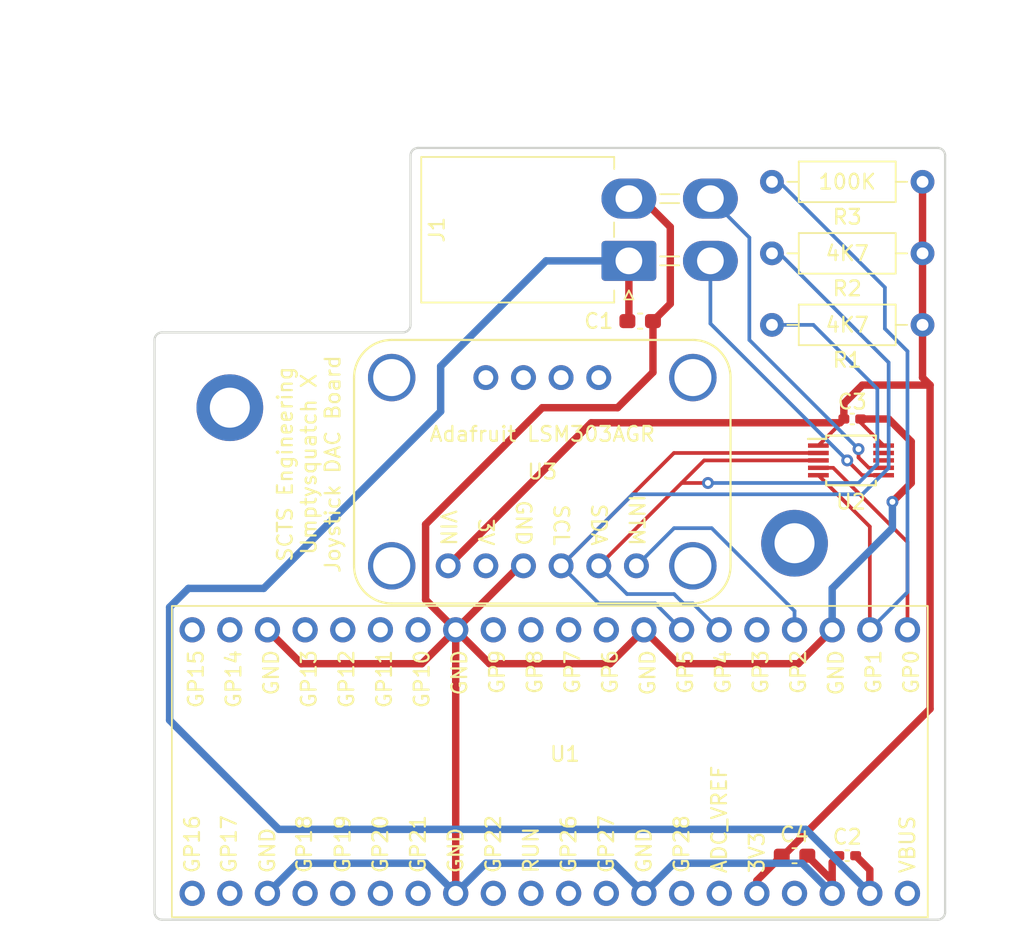
<source format=kicad_pcb>
(kicad_pcb (version 20221018) (generator pcbnew)
  (title_block (title "Joystick DAC Board - PCB"))
  (layers (0 "F.Cu" signal) (31 "B.Cu" signal) (34 "B.Paste" user) (35 "F.Paste" user) (36 "B.SilkS" user "B.Silkscreen") (37 "F.SilkS" user "F.Silkscreen") (38 "B.Mask" user) (39 "F.Mask" user) (44 "Edge.Cuts" user))
  (net 0 "")
  (net 1 "/LDAC")
  (net 2 "/RDY")
  (net 3 "/INTM")
  (net 5 "/SDA")
  (net 6 "/SCL")
  (net 27 "GND")
  (net 30 "/+3V3_2")
  (net 32 "/+3V3")
  (net 34 "/JoystickX")
  (net 35 "/JoystickY")
  (footprint "Capacitor_SMD:C_0603_1608Metric_Pad1.08x0.95mm_HandSolder" (layer "F.Cu") (at 186.944 63.5)
    (fp_text reference "C1" (at -2.794 0) (layer "F.SilkS"))
    (fp_text value "10u")
    (fp_line (start -0.146267 -0.51) (end 0.146267 -0.51) (stroke (width 0.12)) (layer "F.SilkS"))
    (fp_line (start -0.146267 0.51) (end 0.146267 0.51) (stroke (width 0.12)) (layer "F.SilkS"))
    (pad "1" smd roundrect (at -0.8625 0) (size 1.075 0.95) (layers "F.Cu" "F.Paste" "F.Mask") (net 32 "/+3V3"))
    (pad "2" smd roundrect (at 0.8625 0) (size 1.075 0.95) (layers "F.Cu" "F.Paste" "F.Mask") (net 27 "GND"))
  )
  (footprint "custom_parts:raspberry_pi_pico" (layer "F.Cu") (at 182.06 92.836 180)
    (fp_text reference "U1" (at 0.196 0.126) (layer "F.SilkS"))
    (fp_text value "raspberry_pi_pico")
    (fp_text user "GP0" (at -23.172 7.238 270) (layer "F.SilkS") (effects (justify right)))
    (fp_text user "GP15" (at 25.088 7.238 270) (layer "F.SilkS") (effects (justify right)))
    (fp_text user "GND" (at -5.392 7.238 270) (layer "F.SilkS") (effects (justify right)))
    (fp_text user "GP18" (at 17.78 -8.002 270) (layer "F.SilkS") (effects (justify left)))
    (fp_text user "GP14" (at 22.548 7.238 270) (layer "F.SilkS") (effects (justify right)))
    (fp_text user "GND" (at 20.008 7.238 270) (layer "F.SilkS") (effects (justify right)))
    (fp_text user "VBUS" (at -22.918 -8.002 270) (layer "F.SilkS") (effects (justify left)))
    (fp_text user "GND" (at 7.562 -8.002 270) (layer "F.SilkS") (effects (justify left)))
    (fp_text user "GP13" (at 17.468 7.238 270) (layer "F.SilkS") (effects (justify right)))
    (fp_text user "GP8" (at 2.228 7.238 270) (layer "F.SilkS") (effects (justify right)))
    (fp_text user "3V3" (at -12.758 -8.002 270) (layer "F.SilkS") (effects (justify left)))
    (fp_text user "GP17" (at 22.86 -8.002 270) (layer "F.SilkS") (effects (justify left)))
    (fp_text user "GP20" (at 12.642 -8.002 270) (layer "F.SilkS") (effects (justify left)))
    (fp_text user "GP5" (at -7.932 7.238 270) (layer "F.SilkS") (effects (justify right)))
    (fp_text user "GP12" (at 14.928 7.238 270) (layer "F.SilkS") (effects (justify right)))
    (fp_text user "GP16" (at 25.342 -8.002 270) (layer "F.SilkS") (effects (justify left)))
    (fp_text user "RUN" (at 2.482 -8.002 270) (layer "F.SilkS") (effects (justify left)))
    (fp_text user "GND" (at -18.092 7.238 270) (layer "F.SilkS") (effects (justify right)))
    (fp_text user "GP27" (at -2.598 -8.002 270) (layer "F.SilkS") (effects (justify left)))
    (fp_text user "GP19" (at 15.182 -8.002 270) (layer "F.SilkS") (effects (justify left)))
    (fp_text user "GND" (at 20.262 -8.002 270) (layer "F.SilkS") (effects (justify left)))
    (fp_text user "GP28" (at -7.678 -8.002 270) (layer "F.SilkS") (effects (justify left)))
    (fp_text user "GP21" (at 10.102 -8.002 270) (layer "F.SilkS") (effects (justify left)))
    (fp_text user "GP11" (at 12.388 7.238 270) (layer "F.SilkS") (effects (justify right)))
    (fp_text user "GP2" (at -15.552 7.238 270) (layer "F.SilkS") (effects (justify right)))
    (fp_text user "GP3" (at -13.012 7.238 270) (layer "F.SilkS") (effects (justify right)))
    (fp_text user "GP9" (at 4.768 7.238 270) (layer "F.SilkS") (effects (justify right)))
    (fp_text user "GP22" (at 5.022 -8.002 270) (layer "F.SilkS") (effects (justify left)))
    (fp_text user "GND" (at -5.138 -8.002 270) (layer "F.SilkS") (effects (justify left)))
    (fp_text user "GP26" (at -0.058 -8.002 270) (layer "F.SilkS") (effects (justify left)))
    (fp_text user "GP7" (at -0.312 7.238 270) (layer "F.SilkS") (effects (justify right)))
    (fp_text user "GP1" (at -20.632 7.238 270) (layer "F.SilkS") (effects (justify right)))
    (fp_text user "GND" (at 7.308 7.238 270) (layer "F.SilkS") (effects (justify right)))
    (fp_text user "GP6" (at -2.852 7.238 270) (layer "F.SilkS") (effects (justify right)))
    (fp_text user "GP4" (at -10.472 7.238 270) (layer "F.SilkS") (effects (justify right)))
    (fp_text user "GP10" (at 9.848 7.238 270) (layer "F.SilkS") (effects (justify right)))
    (fp_text user "ADC_VREF" (at -10.218 -8.002 270) (layer "F.SilkS") (effects (justify left)))
    (fp_rect (start -24.288 -10.882) (end 26.712 10.118) (stroke (width 0.12)) (fill none) (layer "F.SilkS"))
    (pad "1" thru_hole circle (at -22.918 8.508 90) (size 1.7 1.7) (drill 1) (layers "*.Cu" "*.Mask") (net 1 "/LDAC"))
    (pad "2" thru_hole circle (at -20.378 8.508 90) (size 1.7 1.7) (drill 1) (layers "*.Cu" "*.Mask") (net 2 "/RDY"))
    (pad "3" thru_hole circle (at -17.838 8.508 90) (size 1.7 1.7) (drill 1) (layers "*.Cu" "*.Mask") (net 27 "GND"))
    (pad "4" thru_hole circle (at -15.298 8.508 90) (size 1.7 1.7) (drill 1) (layers "*.Cu" "*.Mask") (net 3 "/INTM"))
    (pad "5" thru_hole circle (at -12.758 8.508 90) (size 1.7 1.7) (drill 1) (layers "*.Cu" "*.Mask"))
    (pad "6" thru_hole circle (at -10.218 8.508 90) (size 1.7 1.7) (drill 1) (layers "*.Cu" "*.Mask") (net 5 "/SDA"))
    (pad "7" thru_hole circle (at -7.678 8.508 90) (size 1.7 1.7) (drill 1) (layers "*.Cu" "*.Mask") (net 6 "/SCL"))
    (pad "8" thru_hole circle (at -5.138 8.508 90) (size 1.7 1.7) (drill 1) (layers "*.Cu" "*.Mask") (net 27 "GND"))
    (pad "9" thru_hole circle (at -2.598 8.508 90) (size 1.7 1.7) (drill 1) (layers "*.Cu" "*.Mask"))
    (pad "10" thru_hole circle (at -0.058 8.508 90) (size 1.7 1.7) (drill 1) (layers "*.Cu" "*.Mask"))
    (pad "11" thru_hole circle (at 2.482 8.508 90) (size 1.7 1.7) (drill 1) (layers "*.Cu" "*.Mask"))
    (pad "12" thru_hole circle (at 5.022 8.508 90) (size 1.7 1.7) (drill 1) (layers "*.Cu" "*.Mask"))
    (pad "13" thru_hole circle (at 7.562 8.508 90) (size 1.7 1.7) (drill 1) (layers "*.Cu" "*.Mask") (net 27 "GND"))
    (pad "14" thru_hole circle (at 10.102 8.508 90) (size 1.7 1.7) (drill 1) (layers "*.Cu" "*.Mask"))
    (pad "15" thru_hole circle (at 12.642 8.508 90) (size 1.7 1.7) (drill 1) (layers "*.Cu" "*.Mask"))
    (pad "16" thru_hole circle (at 15.182 8.508 90) (size 1.7 1.7) (drill 1) (layers "*.Cu" "*.Mask"))
    (pad "17" thru_hole circle (at 17.722 8.508 90) (size 1.7 1.7) (drill 1) (layers "*.Cu" "*.Mask"))
    (pad "18" thru_hole circle (at 20.262 8.508 90) (size 1.7 1.7) (drill 1) (layers "*.Cu" "*.Mask") (net 27 "GND"))
    (pad "19" thru_hole circle (at 22.802 8.508 90) (size 1.7 1.7) (drill 1) (layers "*.Cu" "*.Mask"))
    (pad "20" thru_hole circle (at 25.342 8.508 90) (size 1.7 1.7) (drill 1) (layers "*.Cu" "*.Mask"))
    (pad "21" thru_hole circle (at 25.342 -9.272 90) (size 1.7 1.7) (drill 1) (layers "*.Cu" "*.Mask"))
    (pad "22" thru_hole circle (at 22.802 -9.272 90) (size 1.7 1.7) (drill 1) (layers "*.Cu" "*.Mask"))
    (pad "23" thru_hole circle (at 20.262 -9.272 90) (size 1.7 1.7) (drill 1) (layers "*.Cu" "*.Mask") (net 27 "GND"))
    (pad "24" thru_hole circle (at 17.722 -9.272 90) (size 1.7 1.7) (drill 1) (layers "*.Cu" "*.Mask"))
    (pad "25" thru_hole circle (at 15.182 -9.272 90) (size 1.7 1.7) (drill 1) (layers "*.Cu" "*.Mask"))
    (pad "26" thru_hole circle (at 12.642 -9.272 90) (size 1.7 1.7) (drill 1) (layers "*.Cu" "*.Mask"))
    (pad "27" thru_hole circle (at 10.102 -9.272 90) (size 1.7 1.7) (drill 1) (layers "*.Cu" "*.Mask"))
    (pad "28" thru_hole circle (at 7.562 -9.272 90) (size 1.7 1.7) (drill 1) (layers "*.Cu" "*.Mask") (net 27 "GND"))
    (pad "29" thru_hole circle (at 5.022 -9.272 90) (size 1.7 1.7) (drill 1) (layers "*.Cu" "*.Mask"))
    (pad "30" thru_hole circle (at 2.482 -9.272 90) (size 1.7 1.7) (drill 1) (layers "*.Cu" "*.Mask"))
    (pad "31" thru_hole circle (at -0.058 -9.272 90) (size 1.7 1.7) (drill 1) (layers "*.Cu" "*.Mask"))
    (pad "32" thru_hole circle (at -2.598 -9.272 90) (size 1.7 1.7) (drill 1) (layers "*.Cu" "*.Mask"))
    (pad "33" thru_hole circle (at -5.138 -9.272 90) (size 1.7 1.7) (drill 1) (layers "*.Cu" "*.Mask") (net 27 "GND"))
    (pad "34" thru_hole circle (at -7.678 -9.272 90) (size 1.7 1.7) (drill 1) (layers "*.Cu" "*.Mask"))
    (pad "35" thru_hole circle (at -10.218 -9.272 90) (size 1.7 1.7) (drill 1) (layers "*.Cu" "*.Mask"))
    (pad "36" thru_hole circle (at -12.758 -9.272 90) (size 1.7 1.7) (drill 1) (layers "*.Cu" "*.Mask") (net 30 "/+3V3_2"))
    (pad "37" thru_hole circle (at -15.298 -9.272 90) (size 1.7 1.7) (drill 1) (layers "*.Cu" "*.Mask"))
    (pad "38" thru_hole circle (at -17.838 -9.272 90) (size 1.7 1.7) (drill 1) (layers "*.Cu" "*.Mask") (net 27 "GND"))
    (pad "39" thru_hole circle (at -20.378 -9.272 90) (size 1.7 1.7) (drill 1) (layers "*.Cu" "*.Mask") (net 32 "/+3V3"))
    (pad "40" thru_hole circle (at -22.918 -9.272 90) (size 1.7 1.7) (drill 1) (layers "*.Cu" "*.Mask"))
  )
  (footprint "custom_parts:adafruit_lsm303agr" (layer "F.Cu") (at 180.34 73.66)
    (fp_text reference "U3" (at 0 0 unlocked) (layer "F.SilkS"))
    (fp_text value "~")
    (fp_text user "3V" (at -3.81 5.08 270 unlocked) (layer "F.SilkS") (effects (justify right)))
    (fp_text user "INTM" (at 6.35 5.08 270 unlocked) (layer "F.SilkS") (effects (justify right)))
    (fp_text user "GND" (at -1.27 5.08 270 unlocked) (layer "F.SilkS") (effects (justify right)))
    (fp_text user "SCL" (at 1.27 5.08 270 unlocked) (layer "F.SilkS") (effects (justify right)))
    (fp_text user "SDA" (at 3.81 5.08 270 unlocked) (layer "F.SilkS") (effects (justify right)))
    (fp_text user "VIN" (at -6.35 5.08 270 unlocked) (layer "F.SilkS") (effects (justify right)))
    (fp_text user "Adafruit LSM303AGR" (at 0 -2.54 unlocked) (layer "F.SilkS"))
    (fp_line (start -12.7 6.35) (end -12.7 -6.35) (stroke (width 0.15)) (layer "F.SilkS"))
    (fp_line (start -10.16 -8.89) (end 10.16 -8.89) (stroke (width 0.15)) (layer "F.SilkS"))
    (fp_line (start -10.16 8.89) (end 10.16 8.89) (stroke (width 0.15)) (layer "F.SilkS"))
    (fp_line (start 12.7 6.35) (end 12.7 -6.35) (stroke (width 0.15)) (layer "F.SilkS"))
    (fp_arc (start -12.7 -6.35) (mid -11.956051 -8.146051) (end -10.16 -8.89) (stroke (width 0.15)) (layer "F.SilkS"))
    (fp_arc (start -10.16 8.89) (mid -11.956051 8.146051) (end -12.7 6.35) (stroke (width 0.15)) (layer "F.SilkS"))
    (fp_arc (start 10.16 -8.89) (mid 11.956051 -8.146051) (end 12.7 -6.35) (stroke (width 0.15)) (layer "F.SilkS"))
    (fp_arc (start 12.7 6.35) (mid 11.956051 8.146051) (end 10.16 8.89) (stroke (width 0.15)) (layer "F.SilkS"))
    (pad "" thru_hole circle locked (at -10.16 -6.35) (size 3.2 3.2) (drill 2.5) (layers "*.Cu" "*.Mask"))
    (pad "" thru_hole circle locked (at -10.16 6.35) (size 3.2 3.2) (drill 2.5) (layers "*.Cu" "*.Mask"))
    (pad "" thru_hole circle locked (at 10.16 -6.35) (size 3.2 3.2) (drill 2.5) (layers "*.Cu" "*.Mask"))
    (pad "" thru_hole circle locked (at 10.16 6.35) (size 3.2 3.2) (drill 2.5) (layers "*.Cu" "*.Mask"))
    (pad "0" thru_hole circle locked (at -3.81 -6.35 90) (size 1.6764 1.6764) (drill 1) (layers "*.Cu" "*.Mask"))
    (pad "1" thru_hole circle locked (at -1.27 -6.35 90) (size 1.6764 1.6764) (drill 1) (layers "*.Cu" "*.Mask"))
    (pad "2" thru_hole circle locked (at 1.27 -6.35 90) (size 1.6764 1.6764) (drill 1) (layers "*.Cu" "*.Mask"))
    (pad "3" thru_hole circle locked (at 3.81 -6.35 90) (size 1.6764 1.6764) (drill 1) (layers "*.Cu" "*.Mask"))
    (pad "4" thru_hole circle locked (at -6.35 6.35 90) (size 1.6764 1.6764) (drill 1) (layers "*.Cu" "*.Mask") (net 30 "/+3V3_2"))
    (pad "5" thru_hole circle locked (at -3.81 6.35 90) (size 1.6764 1.6764) (drill 1) (layers "*.Cu" "*.Mask"))
    (pad "6" thru_hole circle locked (at -1.27 6.35 90) (size 1.6764 1.6764) (drill 1) (layers "*.Cu" "*.Mask") (net 27 "GND"))
    (pad "7" thru_hole circle locked (at 1.27 6.35 90) (size 1.6764 1.6764) (drill 1) (layers "*.Cu" "*.Mask") (net 6 "/SCL"))
    (pad "8" thru_hole circle locked (at 3.81 6.35 90) (size 1.6764 1.6764) (drill 1) (layers "*.Cu" "*.Mask") (net 5 "/SDA"))
    (pad "9" thru_hole circle locked (at 6.35 6.35 90) (size 1.6764 1.6764) (drill 1) (layers "*.Cu" "*.Mask") (net 3 "/INTM"))
  )
  (footprint "Capacitor_SMD:C_0402_1005Metric_Pad0.74x0.62mm_HandSolder" (layer "F.Cu") (at 200.914 99.568 180)
    (fp_text reference "C2" (at 0 1.27) (layer "F.SilkS"))
    (fp_text value "0.1u")
    (fp_line (start -0.115835 -0.36) (end 0.115835 -0.36) (stroke (width 0.12)) (layer "F.SilkS"))
    (fp_line (start -0.115835 0.36) (end 0.115835 0.36) (stroke (width 0.12)) (layer "F.SilkS"))
    (pad "1" smd roundrect (at -0.5675 0 180) (size 0.735 0.62) (layers "F.Cu" "F.Paste" "F.Mask") (net 32 "/+3V3"))
    (pad "2" smd roundrect (at 0.5675 0 180) (size 0.735 0.62) (layers "F.Cu" "F.Paste" "F.Mask") (net 27 "GND"))
  )
  (footprint "MountingHole:MountingHole_2.7mm_M2.5_ISO7380_Pad" (layer "F.Cu") (at 197.358 78.486)
    (fp_text reference "REF**" hide)
    (fp_text value "MountingHole_2.7mm_M2.5_ISO7380_Pad")
    (pad "1" thru_hole circle locked (at 0 0) (size 4.5 4.5) (drill 2.7) (layers "*.Cu" "*.Mask"))
  )
  (footprint "Capacitor_SMD:C_0603_1608Metric_Pad1.08x0.95mm_HandSolder" (layer "F.Cu") (at 197.358 99.568)
    (fp_text reference "C4" (at 0 -1.43) (layer "F.SilkS"))
    (fp_text value "10u")
    (fp_line (start -0.146267 -0.51) (end 0.146267 -0.51) (stroke (width 0.12)) (layer "F.SilkS"))
    (fp_line (start -0.146267 0.51) (end 0.146267 0.51) (stroke (width 0.12)) (layer "F.SilkS"))
    (pad "1" smd roundrect (at -0.8625 0) (size 1.075 0.95) (layers "F.Cu" "F.Paste" "F.Mask") (net 30 "/+3V3_2"))
    (pad "2" smd roundrect (at 0.8625 0) (size 1.075 0.95) (layers "F.Cu" "F.Paste" "F.Mask") (net 27 "GND"))
  )
  (footprint "Capacitor_SMD:C_0402_1005Metric_Pad0.74x0.62mm_HandSolder" (layer "F.Cu") (at 201.254 70.104)
    (fp_text reference "C3" (at 0 -1.16) (layer "F.SilkS"))
    (fp_text value "0.1u")
    (fp_line (start -0.115835 -0.36) (end 0.115835 -0.36) (stroke (width 0.12)) (layer "F.SilkS"))
    (fp_line (start -0.115835 0.36) (end 0.115835 0.36) (stroke (width 0.12)) (layer "F.SilkS"))
    (pad "1" smd roundrect (at -0.5675 0) (size 0.735 0.62) (layers "F.Cu" "F.Paste" "F.Mask") (net 30 "/+3V3_2"))
    (pad "2" smd roundrect (at 0.5675 0) (size 0.735 0.62) (layers "F.Cu" "F.Paste" "F.Mask") (net 27 "GND"))
  )
  (footprint "MountingHole:MountingHole_2.7mm_M2.5_ISO7380_Pad" (layer "F.Cu") (at 159.258 69.342)
    (fp_text reference "REF**" hide)
    (fp_text value "MountingHole_2.7mm_M2.5_ISO7380_Pad")
    (pad "1" thru_hole circle locked (at 0 0) (size 4.5 4.5) (drill 2.7) (layers "*.Cu" "*.Mask"))
  )
  (footprint "Resistor_THT:R_Axial_DIN0207_L6.3mm_D2.5mm_P10.16mm_Horizontal" (layer "F.Cu") (at 205.994 63.754 180)
    (fp_text reference "R1" (at 5.08 -2.37) (layer "F.SilkS"))
    (fp_text value "4K7" (at 5.08 0) (layer "F.SilkS"))
    (fp_line (start 1.04 0) (end 1.81 0) (stroke (width 0.12)) (layer "F.SilkS"))
    (fp_line (start 1.81 -1.37) (end 1.81 1.37) (stroke (width 0.12)) (layer "F.SilkS"))
    (fp_line (start 1.81 1.37) (end 8.35 1.37) (stroke (width 0.12)) (layer "F.SilkS"))
    (fp_line (start 8.35 -1.37) (end 1.81 -1.37) (stroke (width 0.12)) (layer "F.SilkS"))
    (fp_line (start 8.35 1.37) (end 8.35 -1.37) (stroke (width 0.12)) (layer "F.SilkS"))
    (fp_line (start 9.12 0) (end 8.35 0) (stroke (width 0.12)) (layer "F.SilkS"))
    (pad "1" thru_hole circle (at 0 0 180) (size 1.6 1.6) (drill 0.8) (layers "*.Cu" "*.Mask") (net 30 "/+3V3_2"))
    (pad "2" thru_hole oval (at 10.16 0 180) (size 1.6 1.6) (drill 0.8) (layers "*.Cu" "*.Mask") (net 5 "/SDA"))
  )
  (footprint "Package_SO:MSOP-10_3x3mm_P0.5mm" (layer "F.Cu") (at 201.168 72.898)
    (fp_text reference "U2" (at 0 2.794) (layer "F.SilkS"))
    (fp_text value "MCP4728")
    (fp_line (start -1.675 -1.675) (end -1.675 -1.45) (stroke (width 0.15)) (layer "F.SilkS"))
    (fp_line (start -1.675 -1.675) (end 1.675 -1.675) (stroke (width 0.15)) (layer "F.SilkS"))
    (fp_line (start -1.675 -1.45) (end -2.9 -1.45) (stroke (width 0.15)) (layer "F.SilkS"))
    (fp_line (start -1.675 1.675) (end -1.675 1.375) (stroke (width 0.15)) (layer "F.SilkS"))
    (fp_line (start -1.675 1.675) (end 1.675 1.675) (stroke (width 0.15)) (layer "F.SilkS"))
    (fp_line (start 1.675 -1.675) (end 1.675 -1.375) (stroke (width 0.15)) (layer "F.SilkS"))
    (fp_line (start 1.675 1.675) (end 1.675 1.375) (stroke (width 0.15)) (layer "F.SilkS"))
    (pad "1" smd rect (at -2.2 -1) (size 1.4 0.3) (layers "F.Cu" "F.Paste" "F.Mask") (net 30 "/+3V3_2"))
    (pad "2" smd rect (at -2.2 -0.5) (size 1.4 0.3) (layers "F.Cu" "F.Paste" "F.Mask") (net 6 "/SCL"))
    (pad "3" smd rect (at -2.2 0) (size 1.4 0.3) (layers "F.Cu" "F.Paste" "F.Mask") (net 5 "/SDA"))
    (pad "4" smd rect (at -2.2 0.5) (size 1.4 0.3) (layers "F.Cu" "F.Paste" "F.Mask") (net 1 "/LDAC"))
    (pad "5" smd rect (at -2.2 1) (size 1.4 0.3) (layers "F.Cu" "F.Paste" "F.Mask") (net 2 "/RDY"))
    (pad "6" smd rect (at 2.2 1) (size 1.4 0.3) (layers "F.Cu" "F.Paste" "F.Mask") (net 34 "/JoystickX"))
    (pad "7" smd rect (at 2.2 0.5) (size 1.4 0.3) (layers "F.Cu" "F.Paste" "F.Mask") (net 35 "/JoystickY"))
    (pad "8" smd rect (at 2.2 0) (size 1.4 0.3) (layers "F.Cu" "F.Paste" "F.Mask"))
    (pad "9" smd rect (at 2.2 -0.5) (size 1.4 0.3) (layers "F.Cu" "F.Paste" "F.Mask"))
    (pad "10" smd rect (at 2.2 -1) (size 1.4 0.3) (layers "F.Cu" "F.Paste" "F.Mask") (net 27 "GND"))
  )
  (footprint "Connector_Molex:Molex_Mini-Fit_Jr_5569-04A2_2x02_P4.20mm_Horizontal" (layer "F.Cu") (at 186.182 59.436 90)
    (fp_text reference "J1" (at 2.1 -12.954 90) (layer "F.SilkS"))
    (fp_text value "Power/Signal Out")
    (fp_line (start -2.81 -14.01) (end 2.1 -14.01) (stroke (width 0.12)) (layer "F.SilkS"))
    (fp_line (start -2.81 -0.99) (end -2.81 -14.01) (stroke (width 0.12)) (layer "F.SilkS"))
    (fp_line (start -2.6 -0.3) (end -2 0) (stroke (width 0.12)) (layer "F.SilkS"))
    (fp_line (start -2.6 0.3) (end -2.6 -0.3) (stroke (width 0.12)) (layer "F.SilkS"))
    (fp_line (start -2 -0.99) (end -2.81 -0.99) (stroke (width 0.12)) (layer "F.SilkS"))
    (fp_line (start -2 0) (end -2.6 0.3) (stroke (width 0.12)) (layer "F.SilkS"))
    (fp_line (start -0.3 2.11) (end -0.3 3.39) (stroke (width 0.12)) (layer "F.SilkS"))
    (fp_line (start 0.3 2.11) (end 0.3 3.39) (stroke (width 0.12)) (layer "F.SilkS"))
    (fp_line (start 1.61 -1) (end 2.59 -1) (stroke (width 0.12)) (layer "F.SilkS"))
    (fp_line (start 3.9 2.11) (end 3.9 3.39) (stroke (width 0.12)) (layer "F.SilkS"))
    (fp_line (start 4.5 2.11) (end 4.5 3.39) (stroke (width 0.12)) (layer "F.SilkS"))
    (fp_line (start 6.2 -0.99) (end 7.01 -0.99) (stroke (width 0.12)) (layer "F.SilkS"))
    (fp_line (start 7.01 -14.01) (end 2.1 -14.01) (stroke (width 0.12)) (layer "F.SilkS"))
    (fp_line (start 7.01 -0.99) (end 7.01 -14.01) (stroke (width 0.12)) (layer "F.SilkS"))
    (pad "" np_thru_hole circle (at 2.1 -7.3 90) (size 3 3) (drill 3) (layers "*.Cu" "*.Mask"))
    (pad "1" thru_hole roundrect (at 0 0 90) (size 2.7 3.7) (drill 1.8) (layers "*.Cu" "*.Mask") (roundrect_rratio 0.092593) (net 32 "/+3V3"))
    (pad "2" thru_hole oval (at 4.2 0 90) (size 2.7 3.7) (drill 1.8) (layers "*.Cu" "*.Mask") (net 27 "GND"))
    (pad "3" thru_hole oval (at 0 5.5 90) (size 2.7 3.7) (drill 1.8) (layers "*.Cu" "*.Mask") (net 34 "/JoystickX"))
    (pad "4" thru_hole oval (at 4.2 5.5 90) (size 2.7 3.7) (drill 1.8) (layers "*.Cu" "*.Mask") (net 35 "/JoystickY"))
  )
  (footprint "Resistor_THT:R_Axial_DIN0207_L6.3mm_D2.5mm_P10.16mm_Horizontal" (layer "F.Cu") (at 205.994 54.102 180)
    (fp_text reference "R3" (at 5.08 -2.37) (layer "F.SilkS"))
    (fp_text value "100K" (at 5.08 0) (layer "F.SilkS"))
    (fp_line (start 1.04 0) (end 1.81 0) (stroke (width 0.12)) (layer "F.SilkS"))
    (fp_line (start 1.81 -1.37) (end 1.81 1.37) (stroke (width 0.12)) (layer "F.SilkS"))
    (fp_line (start 1.81 1.37) (end 8.35 1.37) (stroke (width 0.12)) (layer "F.SilkS"))
    (fp_line (start 8.35 -1.37) (end 1.81 -1.37) (stroke (width 0.12)) (layer "F.SilkS"))
    (fp_line (start 8.35 1.37) (end 8.35 -1.37) (stroke (width 0.12)) (layer "F.SilkS"))
    (fp_line (start 9.12 0) (end 8.35 0) (stroke (width 0.12)) (layer "F.SilkS"))
    (pad "1" thru_hole circle (at 0 0 180) (size 1.6 1.6) (drill 0.8) (layers "*.Cu" "*.Mask") (net 30 "/+3V3_2"))
    (pad "2" thru_hole oval (at 10.16 0 180) (size 1.6 1.6) (drill 0.8) (layers "*.Cu" "*.Mask") (net 2 "/RDY"))
  )
  (footprint "Resistor_THT:R_Axial_DIN0207_L6.3mm_D2.5mm_P10.16mm_Horizontal" (layer "F.Cu") (at 205.994 58.928 180)
    (fp_text reference "R2" (at 5.08 -2.37) (layer "F.SilkS"))
    (fp_text value "4K7" (at 5.08 0) (layer "F.SilkS"))
    (fp_line (start 1.04 0) (end 1.81 0) (stroke (width 0.12)) (layer "F.SilkS"))
    (fp_line (start 1.81 -1.37) (end 1.81 1.37) (stroke (width 0.12)) (layer "F.SilkS"))
    (fp_line (start 1.81 1.37) (end 8.35 1.37) (stroke (width 0.12)) (layer "F.SilkS"))
    (fp_line (start 8.35 -1.37) (end 1.81 -1.37) (stroke (width 0.12)) (layer "F.SilkS"))
    (fp_line (start 8.35 1.37) (end 8.35 -1.37) (stroke (width 0.12)) (layer "F.SilkS"))
    (fp_line (start 9.12 0) (end 8.35 0) (stroke (width 0.12)) (layer "F.SilkS"))
    (pad "1" thru_hole circle (at 0 0 180) (size 1.6 1.6) (drill 0.8) (layers "*.Cu" "*.Mask") (net 30 "/+3V3_2"))
    (pad "2" thru_hole oval (at 10.16 0 180) (size 1.6 1.6) (drill 0.8) (layers "*.Cu" "*.Mask") (net 6 "/SCL"))
  )
  (gr_line (start 154.178 103.378) (end 154.178 64.77) (stroke (width 0.15)) (layer "Edge.Cuts"))
  (gr_line (start 154.686 103.886) (end 207.01 103.886) (stroke (width 0.15)) (layer "Edge.Cuts"))
  (gr_arc (start 171.45 63.754) (mid 171.301211 64.113211) (end 170.942 64.262) (stroke (width 0.15)) (layer "Edge.Cuts"))
  (gr_arc (start 207.01 51.816) (mid 207.369211 51.964789) (end 207.518 52.324) (stroke (width 0.15)) (layer "Edge.Cuts"))
  (gr_arc (start 207.518 103.378) (mid 207.369211 103.737211) (end 207.01 103.886) (stroke (width 0.15)) (layer "Edge.Cuts"))
  (gr_arc (start 154.686 103.886) (mid 154.326789 103.737211) (end 154.178 103.378) (stroke (width 0.15)) (layer "Edge.Cuts"))
  (gr_line (start 207.01 51.816) (end 171.958 51.816) (stroke (width 0.15)) (layer "Edge.Cuts"))
  (gr_line (start 154.686 64.262) (end 170.942 64.262) (stroke (width 0.15)) (layer "Edge.Cuts"))
  (gr_arc (start 154.178 64.77) (mid 154.326789 64.410789) (end 154.686 64.262) (stroke (width 0.15)) (layer "Edge.Cuts"))
  (gr_line (start 171.45 52.324) (end 171.45 63.754) (stroke (width 0.15)) (layer "Edge.Cuts"))
  (gr_arc (start 171.45 52.324) (mid 171.598789 51.964789) (end 171.958 51.816) (stroke (width 0.15)) (layer "Edge.Cuts"))
  (gr_line (start 207.518 103.378) (end 207.518 52.324) (stroke (width 0.15)) (layer "Edge.Cuts"))
  (gr_text "SCTS Engineering\nUmptysquatch X\nJoystick DAC Board" (at 164.592 73.152 90) (layer "F.SilkS") (effects (font (size 1 1))))
  (segment (start 199.968 73.398) (end 204.978 78.408) (width 0.25) (layer "F.Cu") (net 1))
  (segment (start 204.978 78.408) (end 204.978 84.328) (width 0.25) (layer "F.Cu") (net 1))
  (segment (start 198.968 73.398) (end 199.968 73.398) (width 0.25) (layer "F.Cu") (net 1))
  (segment (start 198.968 73.898) (end 202.438 77.368) (width 0.25) (layer "F.Cu") (net 2))
  (segment (start 202.438 77.368) (end 202.438 84.328) (width 0.25) (layer "F.Cu") (net 2))
  (segment (start 203.454 64.008) (end 204.978 65.532) (width 0.25) (layer "B.Cu") (net 2))
  (segment (start 195.834 54.102) (end 196.328 54.102) (width 0.25) (layer "B.Cu") (net 2))
  (segment (start 204.978 65.532) (end 204.978 81.788) (width 0.25) (layer "B.Cu") (net 2))
  (segment (start 204.978 81.788) (end 202.438 84.328) (width 0.25) (layer "B.Cu") (net 2))
  (segment (start 203.454 61.228) (end 203.454 64.008) (width 0.25) (layer "B.Cu") (net 2))
  (segment (start 196.328 54.102) (end 203.454 61.228) (width 0.25) (layer "B.Cu") (net 2))
  (segment (start 186.69 80.01) (end 189.23 77.47) (width 0.25) (layer "B.Cu") (net 3))
  (segment (start 191.77 77.47) (end 197.358 83.058) (width 0.25) (layer "B.Cu") (net 3))
  (segment (start 189.23 77.47) (end 191.77 77.47) (width 0.25) (layer "B.Cu") (net 3))
  (segment (start 197.358 83.058) (end 197.358 84.328) (width 0.25) (layer "B.Cu") (net 3))
  (segment (start 191.516 74.422) (end 189.738 74.422) (width 0.25) (layer "F.Cu") (net 5))
  (segment (start 189.738 74.422) (end 184.15 80.01) (width 0.25) (layer "F.Cu") (net 5))
  (segment (start 191.262 72.898) (end 189.738 74.422) (width 0.25) (layer "F.Cu") (net 5))
  (segment (start 198.968 72.898) (end 191.262 72.898) (width 0.25) (layer "F.Cu") (net 5))
  (via (at 191.516 74.422) (size 0.8) (drill 0.4) (layers "F.Cu" "B.Cu") (net 5))
  (segment (start 195.834 63.754) (end 198.628 63.754) (width 0.25) (layer "B.Cu") (net 5))
  (segment (start 186.055 81.915) (end 189.23 81.915) (width 0.25) (layer "B.Cu") (net 5))
  (segment (start 189.865 82.55) (end 190.5 82.55) (width 0.25) (layer "B.Cu") (net 5))
  (segment (start 202.946 73.152) (end 201.676 74.422) (width 0.25) (layer "B.Cu") (net 5))
  (segment (start 184.15 80.01) (end 186.055 81.915) (width 0.25) (layer "B.Cu") (net 5))
  (segment (start 189.23 81.915) (end 189.865 82.55) (width 0.25) (layer "B.Cu") (net 5))
  (segment (start 190.5 82.55) (end 192.278 84.328) (width 0.25) (layer "B.Cu") (net 5))
  (segment (start 202.946 68.072) (end 202.946 73.152) (width 0.25) (layer "B.Cu") (net 5))
  (segment (start 201.676 74.422) (end 191.516 74.422) (width 0.25) (layer "B.Cu") (net 5))
  (segment (start 198.628 63.754) (end 202.946 68.072) (width 0.25) (layer "B.Cu") (net 5))
  (segment (start 189.222 72.398) (end 181.61 80.01) (width 0.25) (layer "F.Cu") (net 6))
  (segment (start 198.968 72.398) (end 189.222 72.398) (width 0.25) (layer "F.Cu") (net 6))
  (segment (start 196.342 58.928) (end 203.708 66.294) (width 0.25) (layer "B.Cu") (net 6))
  (segment (start 186.436 75.184) (end 181.61 80.01) (width 0.25) (layer "B.Cu") (net 6))
  (segment (start 203.708 66.294) (end 203.708 73.406) (width 0.25) (layer "B.Cu") (net 6))
  (segment (start 184.15 82.55) (end 187.96 82.55) (width 0.25) (layer "B.Cu") (net 6))
  (segment (start 203.708 73.406) (end 201.93 75.184) (width 0.25) (layer "B.Cu") (net 6))
  (segment (start 195.834 58.928) (end 196.342 58.928) (width 0.25) (layer "B.Cu") (net 6))
  (segment (start 181.61 80.01) (end 184.15 82.55) (width 0.25) (layer "B.Cu") (net 6))
  (segment (start 201.93 75.184) (end 186.436 75.184) (width 0.25) (layer "B.Cu") (net 6))
  (segment (start 187.96 82.55) (end 189.738 84.328) (width 0.25) (layer "B.Cu") (net 6))
  (segment (start 189.484 86.614) (end 197.612 86.614) (width 0.5) (layer "F.Cu") (net 27))
  (segment (start 185.42 69.342) (end 180.34 69.342) (width 0.5) (layer "F.Cu") (net 27))
  (segment (start 201.8215 70.104) (end 201.8215 70.3515) (width 0.25) (layer "F.Cu") (net 27))
  (segment (start 186.182 55.236) (end 187.062 55.236) (width 0.5) (layer "F.Cu") (net 27))
  (segment (start 184.912 86.614) (end 187.198 84.328) (width 0.5) (layer "F.Cu") (net 27))
  (segment (start 164.084 86.614) (end 172.212 86.614) (width 0.5) (layer "F.Cu") (net 27))
  (segment (start 187.8065 63.5) (end 187.8065 66.9555) (width 0.5) (layer "F.Cu") (net 27))
  (segment (start 172.466 77.216) (end 172.466 82.296) (width 0.5) (layer "F.Cu") (net 27))
  (segment (start 201.8215 70.3515) (end 203.368 71.898) (width 0.25) (layer "F.Cu") (net 27))
  (segment (start 187.062 55.236) (end 188.976 57.15) (width 0.5) (layer "F.Cu") (net 27))
  (segment (start 178.816 80.01) (end 174.498 84.328) (width 0.5) (layer "F.Cu") (net 27))
  (segment (start 174.498 84.328) (end 176.784 86.614) (width 0.5) (layer "F.Cu") (net 27))
  (segment (start 172.466 82.296) (end 174.498 84.328) (width 0.5) (layer "F.Cu") (net 27))
  (segment (start 188.976 62.3305) (end 187.8065 63.5) (width 0.5) (layer "F.Cu") (net 27))
  (segment (start 188.976 57.15) (end 188.976 62.3305) (width 0.5) (layer "F.Cu") (net 27))
  (segment (start 199.898 101.2455) (end 198.2205 99.568) (width 0.5) (layer "F.Cu") (net 27))
  (segment (start 199.898 102.108) (end 199.898 101.2455) (width 0.5) (layer "F.Cu") (net 27))
  (segment (start 187.198 84.328) (end 189.484 86.614) (width 0.5) (layer "F.Cu") (net 27))
  (segment (start 172.212 86.614) (end 174.498 84.328) (width 0.5) (layer "F.Cu") (net 27))
  (segment (start 203.708 70.104) (end 201.8215 70.104) (width 0.5) (layer "F.Cu") (net 27))
  (segment (start 176.784 86.614) (end 184.912 86.614) (width 0.5) (layer "F.Cu") (net 27))
  (segment (start 205.232 71.628) (end 203.708 70.104) (width 0.5) (layer "F.Cu") (net 27))
  (segment (start 205.232 74.422) (end 205.232 71.628) (width 0.5) (layer "F.Cu") (net 27))
  (segment (start 187.8065 66.9555) (end 185.42 69.342) (width 0.5) (layer "F.Cu") (net 27))
  (segment (start 180.34 69.342) (end 172.466 77.216) (width 0.5) (layer "F.Cu") (net 27))
  (segment (start 197.612 86.614) (end 199.898 84.328) (width 0.5) (layer "F.Cu") (net 27))
  (segment (start 203.962 75.692) (end 205.232 74.422) (width 0.5) (layer "F.Cu") (net 27))
  (segment (start 161.798 84.328) (end 164.084 86.614) (width 0.5) (layer "F.Cu") (net 27))
  (segment (start 200.3465 99.568) (end 199.898 100.0165) (width 0.5) (layer "F.Cu") (net 27))
  (segment (start 199.898 100.0165) (end 199.898 102.108) (width 0.5) (layer "F.Cu") (net 27))
  (segment (start 174.498 84.328) (end 174.498 102.108) (width 0.5) (layer "F.Cu") (net 27))
  (segment (start 179.07 80.01) (end 178.816 80.01) (width 0.5) (layer "F.Cu") (net 27))
  (via (at 203.962 75.692) (size 0.8) (drill 0.4) (layers "F.Cu" "B.Cu") (net 27))
  (segment (start 203.962 77.47) (end 203.962 75.692) (width 0.5) (layer "B.Cu") (net 27))
  (segment (start 199.898 81.534) (end 203.962 77.47) (width 0.5) (layer "B.Cu") (net 27))
  (segment (start 174.498 102.108) (end 176.53 100.076) (width 0.5) (layer "B.Cu") (net 27))
  (segment (start 163.83 100.076) (end 172.466 100.076) (width 0.5) (layer "B.Cu") (net 27))
  (segment (start 185.166 100.076) (end 187.198 102.108) (width 0.5) (layer "B.Cu") (net 27))
  (segment (start 187.198 102.108) (end 189.23 100.076) (width 0.5) (layer "B.Cu") (net 27))
  (segment (start 189.23 100.076) (end 197.866 100.076) (width 0.5) (layer "B.Cu") (net 27))
  (segment (start 161.798 102.108) (end 163.83 100.076) (width 0.5) (layer "B.Cu") (net 27))
  (segment (start 199.898 84.328) (end 199.898 81.534) (width 0.5) (layer "B.Cu") (net 27))
  (segment (start 172.466 100.076) (end 174.498 102.108) (width 0.5) (layer "B.Cu") (net 27))
  (segment (start 197.866 100.076) (end 199.898 102.108) (width 0.5) (layer "B.Cu") (net 27))
  (segment (start 176.53 100.076) (end 185.166 100.076) (width 0.5) (layer "B.Cu") (net 27))
  (segment (start 183.642 70.358) (end 173.99 80.01) (width 0.5) (layer "F.Cu") (net 30))
  (segment (start 200.6865 70.104) (end 200.6865 70.1795) (width 0.25) (layer "F.Cu") (net 30))
  (segment (start 194.818 101.2455) (end 196.4955 99.568) (width 0.5) (layer "F.Cu") (net 30))
  (segment (start 206.502 89.662) (end 206.502 67.818) (width 0.5) (layer "F.Cu") (net 30))
  (segment (start 206.502 67.818) (end 201.93 67.818) (width 0.5) (layer "F.Cu") (net 30))
  (segment (start 201.93 67.818) (end 200.6865 69.0615) (width 0.5) (layer "F.Cu") (net 30))
  (segment (start 200.4325 70.358) (end 183.642 70.358) (width 0.5) (layer "F.Cu") (net 30))
  (segment (start 205.994 58.928) (end 205.994 54.102) (width 0.5) (layer "F.Cu") (net 30))
  (segment (start 205.994 63.754) (end 205.994 58.928) (width 0.5) (layer "F.Cu") (net 30))
  (segment (start 205.994 67.31) (end 205.994 63.754) (width 0.5) (layer "F.Cu") (net 30))
  (segment (start 200.6865 69.342) (end 200.6865 70.104) (width 0.5) (layer "F.Cu") (net 30))
  (segment (start 200.6865 70.104) (end 200.4325 70.358) (width 0.5) (layer "F.Cu") (net 30))
  (segment (start 206.502 67.818) (end 205.994 67.31) (width 0.5) (layer "F.Cu") (net 30))
  (segment (start 196.596 99.568) (end 206.502 89.662) (width 0.5) (layer "F.Cu") (net 30))
  (segment (start 200.6865 70.1795) (end 198.968 71.898) (width 0.25) (layer "F.Cu") (net 30))
  (segment (start 196.4955 99.568) (end 196.596 99.568) (width 0.5) (layer "F.Cu") (net 30))
  (segment (start 194.818 102.108) (end 194.818 101.2455) (width 0.5) (layer "F.Cu") (net 30))
  (segment (start 200.6865 69.0615) (end 200.6865 69.342) (width 0.5) (layer "F.Cu") (net 30))
  (segment (start 186.182 63.3995) (end 186.0815 63.5) (width 0.5) (layer "F.Cu") (net 32))
  (segment (start 186.182 59.436) (end 186.182 63.3995) (width 0.5) (layer "F.Cu") (net 32))
  (segment (start 184.658 59.436) (end 186.182 59.436) (width 0.5) (layer "F.Cu") (net 32))
  (segment (start 202.438 100.5245) (end 202.438 102.108) (width 0.5) (layer "F.Cu") (net 32))
  (segment (start 201.4815 99.568) (end 202.438 100.5245) (width 0.5) (layer "F.Cu") (net 32))
  (segment (start 198.12 97.79) (end 202.438 102.108) (width 0.5) (layer "B.Cu") (net 32))
  (segment (start 173.482 66.548) (end 173.482 69.596) (width 0.5) (layer "B.Cu") (net 32))
  (segment (start 156.464 81.534) (end 155.194 82.804) (width 0.5) (layer "B.Cu") (net 32))
  (segment (start 162.56 97.79) (end 198.12 97.79) (width 0.5) (layer "B.Cu") (net 32))
  (segment (start 155.194 90.424) (end 162.56 97.79) (width 0.5) (layer "B.Cu") (net 32))
  (segment (start 161.544 81.534) (end 156.464 81.534) (width 0.5) (layer "B.Cu") (net 32))
  (segment (start 155.194 82.804) (end 155.194 90.424) (width 0.5) (layer "B.Cu") (net 32))
  (segment (start 180.594 59.436) (end 173.482 66.548) (width 0.5) (layer "B.Cu") (net 32))
  (segment (start 173.482 69.596) (end 161.544 81.534) (width 0.5) (layer "B.Cu") (net 32))
  (segment (start 186.182 59.436) (end 180.594 59.436) (width 0.5) (layer "B.Cu") (net 32))
  (segment (start 201.914 73.898) (end 200.914 72.898) (width 0.25) (layer "F.Cu") (net 34))
  (segment (start 203.368 73.898) (end 201.914 73.898) (width 0.25) (layer "F.Cu") (net 34))
  (via (at 200.914 72.898) (size 0.8) (drill 0.4) (layers "F.Cu" "B.Cu") (net 34))
  (segment (start 191.682 63.666) (end 191.682 59.436) (width 0.25) (layer "B.Cu") (net 34))
  (segment (start 200.914 72.898) (end 191.682 63.666) (width 0.25) (layer "B.Cu") (net 34))
  (segment (start 203.368 73.398) (end 202.368 73.398) (width 0.25) (layer "F.Cu") (net 35))
  (segment (start 202.368 73.398) (end 201.676 72.706) (width 0.25) (layer "F.Cu") (net 35))
  (segment (start 201.676 72.706) (end 201.676 72.136) (width 0.25) (layer "F.Cu") (net 35))
  (via (at 201.676 72.136) (size 0.8) (drill 0.4) (layers "F.Cu" "B.Cu") (net 35))
  (segment (start 194.31 64.77) (end 201.676 72.136) (width 0.25) (layer "B.Cu") (net 35))
  (segment (start 194.31 57.864) (end 194.31 64.77) (width 0.25) (layer "B.Cu") (net 35))
  (segment (start 191.682 55.236) (end 194.31 57.864) (width 0.25) (layer "B.Cu") (net 35))
)
</source>
